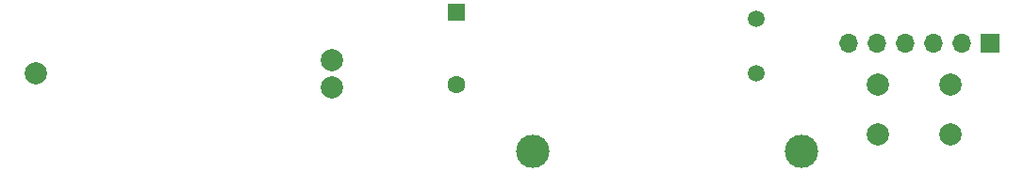
<source format=gbs>
G04 #@! TF.GenerationSoftware,KiCad,Pcbnew,(5.1.9)-1*
G04 #@! TF.CreationDate,2021-06-09T23:20:20+02:00*
G04 #@! TF.ProjectId,window_sensor,77696e64-6f77-45f7-9365-6e736f722e6b,rev?*
G04 #@! TF.SameCoordinates,Original*
G04 #@! TF.FileFunction,Soldermask,Bot*
G04 #@! TF.FilePolarity,Negative*
%FSLAX46Y46*%
G04 Gerber Fmt 4.6, Leading zero omitted, Abs format (unit mm)*
G04 Created by KiCad (PCBNEW (5.1.9)-1) date 2021-06-09 23:20:20*
%MOMM*%
%LPD*%
G01*
G04 APERTURE LIST*
%ADD10O,1.700000X1.700000*%
%ADD11R,1.700000X1.700000*%
%ADD12C,2.000000*%
%ADD13C,1.500000*%
%ADD14C,3.000000*%
%ADD15C,1.600000*%
%ADD16R,1.600000X1.600000*%
G04 APERTURE END LIST*
D10*
X163500000Y-77000000D03*
X166040000Y-77000000D03*
X168580000Y-77000000D03*
X171120000Y-77000000D03*
X173660000Y-77000000D03*
D11*
X176200000Y-77000000D03*
D12*
X90459000Y-79692500D03*
X117059000Y-80942500D03*
X117059000Y-78442500D03*
D13*
X155146500Y-79669000D03*
X155146500Y-74789000D03*
D12*
X166100000Y-85200000D03*
X166100000Y-80700000D03*
X172600000Y-85200000D03*
X172600000Y-80700000D03*
D14*
X135126000Y-86689000D03*
X159256000Y-86689000D03*
D15*
X128270000Y-80700000D03*
D16*
X128270000Y-74200000D03*
M02*

</source>
